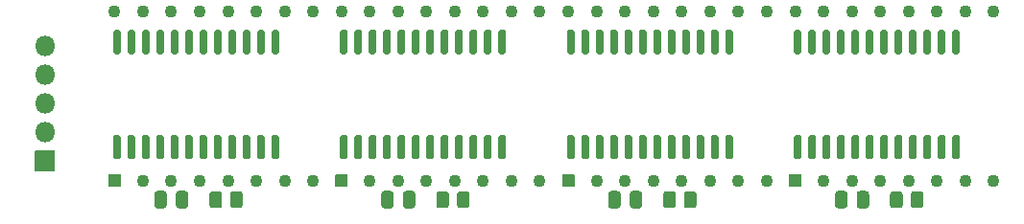
<source format=gbs>
G04 #@! TF.GenerationSoftware,KiCad,Pcbnew,(5.1.9)-1*
G04 #@! TF.CreationDate,2021-03-16T21:09:54+08:00*
G04 #@! TF.ProjectId,driver,64726976-6572-42e6-9b69-6361645f7063,v1.0*
G04 #@! TF.SameCoordinates,Original*
G04 #@! TF.FileFunction,Soldermask,Bot*
G04 #@! TF.FilePolarity,Negative*
%FSLAX46Y46*%
G04 Gerber Fmt 4.6, Leading zero omitted, Abs format (unit mm)*
G04 Created by KiCad (PCBNEW (5.1.9)-1) date 2021-03-16 21:09:54*
%MOMM*%
%LPD*%
G01*
G04 APERTURE LIST*
%ADD10O,1.800000X1.800000*%
%ADD11C,1.100000*%
G04 APERTURE END LIST*
D10*
X35828800Y-44972800D03*
X35828800Y-47512800D03*
X35828800Y-50052800D03*
X35828800Y-52592800D03*
G36*
G01*
X34928800Y-55982800D02*
X34928800Y-54282800D01*
G75*
G02*
X34978800Y-54232800I50000J0D01*
G01*
X36678800Y-54232800D01*
G75*
G02*
X36728800Y-54282800I0J-50000D01*
G01*
X36728800Y-55982800D01*
G75*
G02*
X36678800Y-56032800I-50000J0D01*
G01*
X34978800Y-56032800D01*
G75*
G02*
X34928800Y-55982800I0J50000D01*
G01*
G37*
G36*
G01*
X112218800Y-59046012D02*
X112218800Y-58094788D01*
G75*
G02*
X112493188Y-57820400I274388J0D01*
G01*
X113069412Y-57820400D01*
G75*
G02*
X113343800Y-58094788I0J-274388D01*
G01*
X113343800Y-59046012D01*
G75*
G02*
X113069412Y-59320400I-274388J0D01*
G01*
X112493188Y-59320400D01*
G75*
G02*
X112218800Y-59046012I0J274388D01*
G01*
G37*
G36*
G01*
X110393800Y-59046012D02*
X110393800Y-58094788D01*
G75*
G02*
X110668188Y-57820400I274388J0D01*
G01*
X111244412Y-57820400D01*
G75*
G02*
X111518800Y-58094788I0J-274388D01*
G01*
X111518800Y-59046012D01*
G75*
G02*
X111244412Y-59320400I-274388J0D01*
G01*
X110668188Y-59320400D01*
G75*
G02*
X110393800Y-59046012I0J274388D01*
G01*
G37*
G36*
G01*
X82052000Y-52849000D02*
X82402000Y-52849000D01*
G75*
G02*
X82577000Y-53024000I0J-175000D01*
G01*
X82577000Y-54824000D01*
G75*
G02*
X82402000Y-54999000I-175000J0D01*
G01*
X82052000Y-54999000D01*
G75*
G02*
X81877000Y-54824000I0J175000D01*
G01*
X81877000Y-53024000D01*
G75*
G02*
X82052000Y-52849000I175000J0D01*
G01*
G37*
G36*
G01*
X83322000Y-52849000D02*
X83672000Y-52849000D01*
G75*
G02*
X83847000Y-53024000I0J-175000D01*
G01*
X83847000Y-54824000D01*
G75*
G02*
X83672000Y-54999000I-175000J0D01*
G01*
X83322000Y-54999000D01*
G75*
G02*
X83147000Y-54824000I0J175000D01*
G01*
X83147000Y-53024000D01*
G75*
G02*
X83322000Y-52849000I175000J0D01*
G01*
G37*
G36*
G01*
X84592000Y-52849000D02*
X84942000Y-52849000D01*
G75*
G02*
X85117000Y-53024000I0J-175000D01*
G01*
X85117000Y-54824000D01*
G75*
G02*
X84942000Y-54999000I-175000J0D01*
G01*
X84592000Y-54999000D01*
G75*
G02*
X84417000Y-54824000I0J175000D01*
G01*
X84417000Y-53024000D01*
G75*
G02*
X84592000Y-52849000I175000J0D01*
G01*
G37*
G36*
G01*
X85862000Y-52849000D02*
X86212000Y-52849000D01*
G75*
G02*
X86387000Y-53024000I0J-175000D01*
G01*
X86387000Y-54824000D01*
G75*
G02*
X86212000Y-54999000I-175000J0D01*
G01*
X85862000Y-54999000D01*
G75*
G02*
X85687000Y-54824000I0J175000D01*
G01*
X85687000Y-53024000D01*
G75*
G02*
X85862000Y-52849000I175000J0D01*
G01*
G37*
G36*
G01*
X87132000Y-52849000D02*
X87482000Y-52849000D01*
G75*
G02*
X87657000Y-53024000I0J-175000D01*
G01*
X87657000Y-54824000D01*
G75*
G02*
X87482000Y-54999000I-175000J0D01*
G01*
X87132000Y-54999000D01*
G75*
G02*
X86957000Y-54824000I0J175000D01*
G01*
X86957000Y-53024000D01*
G75*
G02*
X87132000Y-52849000I175000J0D01*
G01*
G37*
G36*
G01*
X88402000Y-52849000D02*
X88752000Y-52849000D01*
G75*
G02*
X88927000Y-53024000I0J-175000D01*
G01*
X88927000Y-54824000D01*
G75*
G02*
X88752000Y-54999000I-175000J0D01*
G01*
X88402000Y-54999000D01*
G75*
G02*
X88227000Y-54824000I0J175000D01*
G01*
X88227000Y-53024000D01*
G75*
G02*
X88402000Y-52849000I175000J0D01*
G01*
G37*
G36*
G01*
X89672000Y-52849000D02*
X90022000Y-52849000D01*
G75*
G02*
X90197000Y-53024000I0J-175000D01*
G01*
X90197000Y-54824000D01*
G75*
G02*
X90022000Y-54999000I-175000J0D01*
G01*
X89672000Y-54999000D01*
G75*
G02*
X89497000Y-54824000I0J175000D01*
G01*
X89497000Y-53024000D01*
G75*
G02*
X89672000Y-52849000I175000J0D01*
G01*
G37*
G36*
G01*
X90942000Y-52849000D02*
X91292000Y-52849000D01*
G75*
G02*
X91467000Y-53024000I0J-175000D01*
G01*
X91467000Y-54824000D01*
G75*
G02*
X91292000Y-54999000I-175000J0D01*
G01*
X90942000Y-54999000D01*
G75*
G02*
X90767000Y-54824000I0J175000D01*
G01*
X90767000Y-53024000D01*
G75*
G02*
X90942000Y-52849000I175000J0D01*
G01*
G37*
G36*
G01*
X92212000Y-52849000D02*
X92562000Y-52849000D01*
G75*
G02*
X92737000Y-53024000I0J-175000D01*
G01*
X92737000Y-54824000D01*
G75*
G02*
X92562000Y-54999000I-175000J0D01*
G01*
X92212000Y-54999000D01*
G75*
G02*
X92037000Y-54824000I0J175000D01*
G01*
X92037000Y-53024000D01*
G75*
G02*
X92212000Y-52849000I175000J0D01*
G01*
G37*
G36*
G01*
X93482000Y-52849000D02*
X93832000Y-52849000D01*
G75*
G02*
X94007000Y-53024000I0J-175000D01*
G01*
X94007000Y-54824000D01*
G75*
G02*
X93832000Y-54999000I-175000J0D01*
G01*
X93482000Y-54999000D01*
G75*
G02*
X93307000Y-54824000I0J175000D01*
G01*
X93307000Y-53024000D01*
G75*
G02*
X93482000Y-52849000I175000J0D01*
G01*
G37*
G36*
G01*
X94752000Y-52849000D02*
X95102000Y-52849000D01*
G75*
G02*
X95277000Y-53024000I0J-175000D01*
G01*
X95277000Y-54824000D01*
G75*
G02*
X95102000Y-54999000I-175000J0D01*
G01*
X94752000Y-54999000D01*
G75*
G02*
X94577000Y-54824000I0J175000D01*
G01*
X94577000Y-53024000D01*
G75*
G02*
X94752000Y-52849000I175000J0D01*
G01*
G37*
G36*
G01*
X96022000Y-52849000D02*
X96372000Y-52849000D01*
G75*
G02*
X96547000Y-53024000I0J-175000D01*
G01*
X96547000Y-54824000D01*
G75*
G02*
X96372000Y-54999000I-175000J0D01*
G01*
X96022000Y-54999000D01*
G75*
G02*
X95847000Y-54824000I0J175000D01*
G01*
X95847000Y-53024000D01*
G75*
G02*
X96022000Y-52849000I175000J0D01*
G01*
G37*
G36*
G01*
X96022000Y-43549000D02*
X96372000Y-43549000D01*
G75*
G02*
X96547000Y-43724000I0J-175000D01*
G01*
X96547000Y-45524000D01*
G75*
G02*
X96372000Y-45699000I-175000J0D01*
G01*
X96022000Y-45699000D01*
G75*
G02*
X95847000Y-45524000I0J175000D01*
G01*
X95847000Y-43724000D01*
G75*
G02*
X96022000Y-43549000I175000J0D01*
G01*
G37*
G36*
G01*
X94752000Y-43549000D02*
X95102000Y-43549000D01*
G75*
G02*
X95277000Y-43724000I0J-175000D01*
G01*
X95277000Y-45524000D01*
G75*
G02*
X95102000Y-45699000I-175000J0D01*
G01*
X94752000Y-45699000D01*
G75*
G02*
X94577000Y-45524000I0J175000D01*
G01*
X94577000Y-43724000D01*
G75*
G02*
X94752000Y-43549000I175000J0D01*
G01*
G37*
G36*
G01*
X93482000Y-43549000D02*
X93832000Y-43549000D01*
G75*
G02*
X94007000Y-43724000I0J-175000D01*
G01*
X94007000Y-45524000D01*
G75*
G02*
X93832000Y-45699000I-175000J0D01*
G01*
X93482000Y-45699000D01*
G75*
G02*
X93307000Y-45524000I0J175000D01*
G01*
X93307000Y-43724000D01*
G75*
G02*
X93482000Y-43549000I175000J0D01*
G01*
G37*
G36*
G01*
X92212000Y-43549000D02*
X92562000Y-43549000D01*
G75*
G02*
X92737000Y-43724000I0J-175000D01*
G01*
X92737000Y-45524000D01*
G75*
G02*
X92562000Y-45699000I-175000J0D01*
G01*
X92212000Y-45699000D01*
G75*
G02*
X92037000Y-45524000I0J175000D01*
G01*
X92037000Y-43724000D01*
G75*
G02*
X92212000Y-43549000I175000J0D01*
G01*
G37*
G36*
G01*
X90942000Y-43549000D02*
X91292000Y-43549000D01*
G75*
G02*
X91467000Y-43724000I0J-175000D01*
G01*
X91467000Y-45524000D01*
G75*
G02*
X91292000Y-45699000I-175000J0D01*
G01*
X90942000Y-45699000D01*
G75*
G02*
X90767000Y-45524000I0J175000D01*
G01*
X90767000Y-43724000D01*
G75*
G02*
X90942000Y-43549000I175000J0D01*
G01*
G37*
G36*
G01*
X89672000Y-43549000D02*
X90022000Y-43549000D01*
G75*
G02*
X90197000Y-43724000I0J-175000D01*
G01*
X90197000Y-45524000D01*
G75*
G02*
X90022000Y-45699000I-175000J0D01*
G01*
X89672000Y-45699000D01*
G75*
G02*
X89497000Y-45524000I0J175000D01*
G01*
X89497000Y-43724000D01*
G75*
G02*
X89672000Y-43549000I175000J0D01*
G01*
G37*
G36*
G01*
X88402000Y-43549000D02*
X88752000Y-43549000D01*
G75*
G02*
X88927000Y-43724000I0J-175000D01*
G01*
X88927000Y-45524000D01*
G75*
G02*
X88752000Y-45699000I-175000J0D01*
G01*
X88402000Y-45699000D01*
G75*
G02*
X88227000Y-45524000I0J175000D01*
G01*
X88227000Y-43724000D01*
G75*
G02*
X88402000Y-43549000I175000J0D01*
G01*
G37*
G36*
G01*
X87132000Y-43549000D02*
X87482000Y-43549000D01*
G75*
G02*
X87657000Y-43724000I0J-175000D01*
G01*
X87657000Y-45524000D01*
G75*
G02*
X87482000Y-45699000I-175000J0D01*
G01*
X87132000Y-45699000D01*
G75*
G02*
X86957000Y-45524000I0J175000D01*
G01*
X86957000Y-43724000D01*
G75*
G02*
X87132000Y-43549000I175000J0D01*
G01*
G37*
G36*
G01*
X85862000Y-43549000D02*
X86212000Y-43549000D01*
G75*
G02*
X86387000Y-43724000I0J-175000D01*
G01*
X86387000Y-45524000D01*
G75*
G02*
X86212000Y-45699000I-175000J0D01*
G01*
X85862000Y-45699000D01*
G75*
G02*
X85687000Y-45524000I0J175000D01*
G01*
X85687000Y-43724000D01*
G75*
G02*
X85862000Y-43549000I175000J0D01*
G01*
G37*
G36*
G01*
X84592000Y-43549000D02*
X84942000Y-43549000D01*
G75*
G02*
X85117000Y-43724000I0J-175000D01*
G01*
X85117000Y-45524000D01*
G75*
G02*
X84942000Y-45699000I-175000J0D01*
G01*
X84592000Y-45699000D01*
G75*
G02*
X84417000Y-45524000I0J175000D01*
G01*
X84417000Y-43724000D01*
G75*
G02*
X84592000Y-43549000I175000J0D01*
G01*
G37*
G36*
G01*
X83322000Y-43549000D02*
X83672000Y-43549000D01*
G75*
G02*
X83847000Y-43724000I0J-175000D01*
G01*
X83847000Y-45524000D01*
G75*
G02*
X83672000Y-45699000I-175000J0D01*
G01*
X83322000Y-45699000D01*
G75*
G02*
X83147000Y-45524000I0J175000D01*
G01*
X83147000Y-43724000D01*
G75*
G02*
X83322000Y-43549000I175000J0D01*
G01*
G37*
G36*
G01*
X82052000Y-43549000D02*
X82402000Y-43549000D01*
G75*
G02*
X82577000Y-43724000I0J-175000D01*
G01*
X82577000Y-45524000D01*
G75*
G02*
X82402000Y-45699000I-175000J0D01*
G01*
X82052000Y-45699000D01*
G75*
G02*
X81877000Y-45524000I0J175000D01*
G01*
X81877000Y-43724000D01*
G75*
G02*
X82052000Y-43549000I175000J0D01*
G01*
G37*
G36*
G01*
X92203600Y-59046012D02*
X92203600Y-58094788D01*
G75*
G02*
X92477988Y-57820400I274388J0D01*
G01*
X93054212Y-57820400D01*
G75*
G02*
X93328600Y-58094788I0J-274388D01*
G01*
X93328600Y-59046012D01*
G75*
G02*
X93054212Y-59320400I-274388J0D01*
G01*
X92477988Y-59320400D01*
G75*
G02*
X92203600Y-59046012I0J274388D01*
G01*
G37*
G36*
G01*
X90378600Y-59046012D02*
X90378600Y-58094788D01*
G75*
G02*
X90652988Y-57820400I274388J0D01*
G01*
X91229212Y-57820400D01*
G75*
G02*
X91503600Y-58094788I0J-274388D01*
G01*
X91503600Y-59046012D01*
G75*
G02*
X91229212Y-59320400I-274388J0D01*
G01*
X90652988Y-59320400D01*
G75*
G02*
X90378600Y-59046012I0J274388D01*
G01*
G37*
G36*
G01*
X102067200Y-52849000D02*
X102417200Y-52849000D01*
G75*
G02*
X102592200Y-53024000I0J-175000D01*
G01*
X102592200Y-54824000D01*
G75*
G02*
X102417200Y-54999000I-175000J0D01*
G01*
X102067200Y-54999000D01*
G75*
G02*
X101892200Y-54824000I0J175000D01*
G01*
X101892200Y-53024000D01*
G75*
G02*
X102067200Y-52849000I175000J0D01*
G01*
G37*
G36*
G01*
X103337200Y-52849000D02*
X103687200Y-52849000D01*
G75*
G02*
X103862200Y-53024000I0J-175000D01*
G01*
X103862200Y-54824000D01*
G75*
G02*
X103687200Y-54999000I-175000J0D01*
G01*
X103337200Y-54999000D01*
G75*
G02*
X103162200Y-54824000I0J175000D01*
G01*
X103162200Y-53024000D01*
G75*
G02*
X103337200Y-52849000I175000J0D01*
G01*
G37*
G36*
G01*
X104607200Y-52849000D02*
X104957200Y-52849000D01*
G75*
G02*
X105132200Y-53024000I0J-175000D01*
G01*
X105132200Y-54824000D01*
G75*
G02*
X104957200Y-54999000I-175000J0D01*
G01*
X104607200Y-54999000D01*
G75*
G02*
X104432200Y-54824000I0J175000D01*
G01*
X104432200Y-53024000D01*
G75*
G02*
X104607200Y-52849000I175000J0D01*
G01*
G37*
G36*
G01*
X105877200Y-52849000D02*
X106227200Y-52849000D01*
G75*
G02*
X106402200Y-53024000I0J-175000D01*
G01*
X106402200Y-54824000D01*
G75*
G02*
X106227200Y-54999000I-175000J0D01*
G01*
X105877200Y-54999000D01*
G75*
G02*
X105702200Y-54824000I0J175000D01*
G01*
X105702200Y-53024000D01*
G75*
G02*
X105877200Y-52849000I175000J0D01*
G01*
G37*
G36*
G01*
X107147200Y-52849000D02*
X107497200Y-52849000D01*
G75*
G02*
X107672200Y-53024000I0J-175000D01*
G01*
X107672200Y-54824000D01*
G75*
G02*
X107497200Y-54999000I-175000J0D01*
G01*
X107147200Y-54999000D01*
G75*
G02*
X106972200Y-54824000I0J175000D01*
G01*
X106972200Y-53024000D01*
G75*
G02*
X107147200Y-52849000I175000J0D01*
G01*
G37*
G36*
G01*
X108417200Y-52849000D02*
X108767200Y-52849000D01*
G75*
G02*
X108942200Y-53024000I0J-175000D01*
G01*
X108942200Y-54824000D01*
G75*
G02*
X108767200Y-54999000I-175000J0D01*
G01*
X108417200Y-54999000D01*
G75*
G02*
X108242200Y-54824000I0J175000D01*
G01*
X108242200Y-53024000D01*
G75*
G02*
X108417200Y-52849000I175000J0D01*
G01*
G37*
G36*
G01*
X109687200Y-52849000D02*
X110037200Y-52849000D01*
G75*
G02*
X110212200Y-53024000I0J-175000D01*
G01*
X110212200Y-54824000D01*
G75*
G02*
X110037200Y-54999000I-175000J0D01*
G01*
X109687200Y-54999000D01*
G75*
G02*
X109512200Y-54824000I0J175000D01*
G01*
X109512200Y-53024000D01*
G75*
G02*
X109687200Y-52849000I175000J0D01*
G01*
G37*
G36*
G01*
X110957200Y-52849000D02*
X111307200Y-52849000D01*
G75*
G02*
X111482200Y-53024000I0J-175000D01*
G01*
X111482200Y-54824000D01*
G75*
G02*
X111307200Y-54999000I-175000J0D01*
G01*
X110957200Y-54999000D01*
G75*
G02*
X110782200Y-54824000I0J175000D01*
G01*
X110782200Y-53024000D01*
G75*
G02*
X110957200Y-52849000I175000J0D01*
G01*
G37*
G36*
G01*
X112227200Y-52849000D02*
X112577200Y-52849000D01*
G75*
G02*
X112752200Y-53024000I0J-175000D01*
G01*
X112752200Y-54824000D01*
G75*
G02*
X112577200Y-54999000I-175000J0D01*
G01*
X112227200Y-54999000D01*
G75*
G02*
X112052200Y-54824000I0J175000D01*
G01*
X112052200Y-53024000D01*
G75*
G02*
X112227200Y-52849000I175000J0D01*
G01*
G37*
G36*
G01*
X113497200Y-52849000D02*
X113847200Y-52849000D01*
G75*
G02*
X114022200Y-53024000I0J-175000D01*
G01*
X114022200Y-54824000D01*
G75*
G02*
X113847200Y-54999000I-175000J0D01*
G01*
X113497200Y-54999000D01*
G75*
G02*
X113322200Y-54824000I0J175000D01*
G01*
X113322200Y-53024000D01*
G75*
G02*
X113497200Y-52849000I175000J0D01*
G01*
G37*
G36*
G01*
X114767200Y-52849000D02*
X115117200Y-52849000D01*
G75*
G02*
X115292200Y-53024000I0J-175000D01*
G01*
X115292200Y-54824000D01*
G75*
G02*
X115117200Y-54999000I-175000J0D01*
G01*
X114767200Y-54999000D01*
G75*
G02*
X114592200Y-54824000I0J175000D01*
G01*
X114592200Y-53024000D01*
G75*
G02*
X114767200Y-52849000I175000J0D01*
G01*
G37*
G36*
G01*
X116037200Y-52849000D02*
X116387200Y-52849000D01*
G75*
G02*
X116562200Y-53024000I0J-175000D01*
G01*
X116562200Y-54824000D01*
G75*
G02*
X116387200Y-54999000I-175000J0D01*
G01*
X116037200Y-54999000D01*
G75*
G02*
X115862200Y-54824000I0J175000D01*
G01*
X115862200Y-53024000D01*
G75*
G02*
X116037200Y-52849000I175000J0D01*
G01*
G37*
G36*
G01*
X116037200Y-43549000D02*
X116387200Y-43549000D01*
G75*
G02*
X116562200Y-43724000I0J-175000D01*
G01*
X116562200Y-45524000D01*
G75*
G02*
X116387200Y-45699000I-175000J0D01*
G01*
X116037200Y-45699000D01*
G75*
G02*
X115862200Y-45524000I0J175000D01*
G01*
X115862200Y-43724000D01*
G75*
G02*
X116037200Y-43549000I175000J0D01*
G01*
G37*
G36*
G01*
X114767200Y-43549000D02*
X115117200Y-43549000D01*
G75*
G02*
X115292200Y-43724000I0J-175000D01*
G01*
X115292200Y-45524000D01*
G75*
G02*
X115117200Y-45699000I-175000J0D01*
G01*
X114767200Y-45699000D01*
G75*
G02*
X114592200Y-45524000I0J175000D01*
G01*
X114592200Y-43724000D01*
G75*
G02*
X114767200Y-43549000I175000J0D01*
G01*
G37*
G36*
G01*
X113497200Y-43549000D02*
X113847200Y-43549000D01*
G75*
G02*
X114022200Y-43724000I0J-175000D01*
G01*
X114022200Y-45524000D01*
G75*
G02*
X113847200Y-45699000I-175000J0D01*
G01*
X113497200Y-45699000D01*
G75*
G02*
X113322200Y-45524000I0J175000D01*
G01*
X113322200Y-43724000D01*
G75*
G02*
X113497200Y-43549000I175000J0D01*
G01*
G37*
G36*
G01*
X112227200Y-43549000D02*
X112577200Y-43549000D01*
G75*
G02*
X112752200Y-43724000I0J-175000D01*
G01*
X112752200Y-45524000D01*
G75*
G02*
X112577200Y-45699000I-175000J0D01*
G01*
X112227200Y-45699000D01*
G75*
G02*
X112052200Y-45524000I0J175000D01*
G01*
X112052200Y-43724000D01*
G75*
G02*
X112227200Y-43549000I175000J0D01*
G01*
G37*
G36*
G01*
X110957200Y-43549000D02*
X111307200Y-43549000D01*
G75*
G02*
X111482200Y-43724000I0J-175000D01*
G01*
X111482200Y-45524000D01*
G75*
G02*
X111307200Y-45699000I-175000J0D01*
G01*
X110957200Y-45699000D01*
G75*
G02*
X110782200Y-45524000I0J175000D01*
G01*
X110782200Y-43724000D01*
G75*
G02*
X110957200Y-43549000I175000J0D01*
G01*
G37*
G36*
G01*
X109687200Y-43549000D02*
X110037200Y-43549000D01*
G75*
G02*
X110212200Y-43724000I0J-175000D01*
G01*
X110212200Y-45524000D01*
G75*
G02*
X110037200Y-45699000I-175000J0D01*
G01*
X109687200Y-45699000D01*
G75*
G02*
X109512200Y-45524000I0J175000D01*
G01*
X109512200Y-43724000D01*
G75*
G02*
X109687200Y-43549000I175000J0D01*
G01*
G37*
G36*
G01*
X108417200Y-43549000D02*
X108767200Y-43549000D01*
G75*
G02*
X108942200Y-43724000I0J-175000D01*
G01*
X108942200Y-45524000D01*
G75*
G02*
X108767200Y-45699000I-175000J0D01*
G01*
X108417200Y-45699000D01*
G75*
G02*
X108242200Y-45524000I0J175000D01*
G01*
X108242200Y-43724000D01*
G75*
G02*
X108417200Y-43549000I175000J0D01*
G01*
G37*
G36*
G01*
X107147200Y-43549000D02*
X107497200Y-43549000D01*
G75*
G02*
X107672200Y-43724000I0J-175000D01*
G01*
X107672200Y-45524000D01*
G75*
G02*
X107497200Y-45699000I-175000J0D01*
G01*
X107147200Y-45699000D01*
G75*
G02*
X106972200Y-45524000I0J175000D01*
G01*
X106972200Y-43724000D01*
G75*
G02*
X107147200Y-43549000I175000J0D01*
G01*
G37*
G36*
G01*
X105877200Y-43549000D02*
X106227200Y-43549000D01*
G75*
G02*
X106402200Y-43724000I0J-175000D01*
G01*
X106402200Y-45524000D01*
G75*
G02*
X106227200Y-45699000I-175000J0D01*
G01*
X105877200Y-45699000D01*
G75*
G02*
X105702200Y-45524000I0J175000D01*
G01*
X105702200Y-43724000D01*
G75*
G02*
X105877200Y-43549000I175000J0D01*
G01*
G37*
G36*
G01*
X104607200Y-43549000D02*
X104957200Y-43549000D01*
G75*
G02*
X105132200Y-43724000I0J-175000D01*
G01*
X105132200Y-45524000D01*
G75*
G02*
X104957200Y-45699000I-175000J0D01*
G01*
X104607200Y-45699000D01*
G75*
G02*
X104432200Y-45524000I0J175000D01*
G01*
X104432200Y-43724000D01*
G75*
G02*
X104607200Y-43549000I175000J0D01*
G01*
G37*
G36*
G01*
X103337200Y-43549000D02*
X103687200Y-43549000D01*
G75*
G02*
X103862200Y-43724000I0J-175000D01*
G01*
X103862200Y-45524000D01*
G75*
G02*
X103687200Y-45699000I-175000J0D01*
G01*
X103337200Y-45699000D01*
G75*
G02*
X103162200Y-45524000I0J175000D01*
G01*
X103162200Y-43724000D01*
G75*
G02*
X103337200Y-43549000I175000J0D01*
G01*
G37*
G36*
G01*
X102067200Y-43549000D02*
X102417200Y-43549000D01*
G75*
G02*
X102592200Y-43724000I0J-175000D01*
G01*
X102592200Y-45524000D01*
G75*
G02*
X102417200Y-45699000I-175000J0D01*
G01*
X102067200Y-45699000D01*
G75*
G02*
X101892200Y-45524000I0J175000D01*
G01*
X101892200Y-43724000D01*
G75*
G02*
X102067200Y-43549000I175000J0D01*
G01*
G37*
G36*
G01*
X106642800Y-58070400D02*
X106642800Y-59070400D01*
G75*
G02*
X106367800Y-59345400I-275000J0D01*
G01*
X105817800Y-59345400D01*
G75*
G02*
X105542800Y-59070400I0J275000D01*
G01*
X105542800Y-58070400D01*
G75*
G02*
X105817800Y-57795400I275000J0D01*
G01*
X106367800Y-57795400D01*
G75*
G02*
X106642800Y-58070400I0J-275000D01*
G01*
G37*
G36*
G01*
X108542800Y-58070400D02*
X108542800Y-59070400D01*
G75*
G02*
X108267800Y-59345400I-275000J0D01*
G01*
X107717800Y-59345400D01*
G75*
G02*
X107442800Y-59070400I0J275000D01*
G01*
X107442800Y-58070400D01*
G75*
G02*
X107717800Y-57795400I275000J0D01*
G01*
X108267800Y-57795400D01*
G75*
G02*
X108542800Y-58070400I0J-275000D01*
G01*
G37*
G36*
G01*
X101482120Y-57384360D02*
X101482120Y-56384360D01*
G75*
G02*
X101532120Y-56334360I50000J0D01*
G01*
X102532120Y-56334360D01*
G75*
G02*
X102582120Y-56384360I0J-50000D01*
G01*
X102582120Y-57384360D01*
G75*
G02*
X102532120Y-57434360I-50000J0D01*
G01*
X101532120Y-57434360D01*
G75*
G02*
X101482120Y-57384360I0J50000D01*
G01*
G37*
D11*
X104532120Y-56884360D03*
X107032120Y-56884360D03*
X109532120Y-56884360D03*
X112032120Y-56884360D03*
X114532120Y-56884360D03*
X117032120Y-56884360D03*
X119532120Y-56884360D03*
X119532120Y-41884360D03*
X117032120Y-41884360D03*
X114532120Y-41884360D03*
X112032120Y-41884360D03*
X109532120Y-41884360D03*
X107032120Y-41884360D03*
X104532120Y-41884360D03*
X102032120Y-41884360D03*
G36*
G01*
X86627600Y-58070400D02*
X86627600Y-59070400D01*
G75*
G02*
X86352600Y-59345400I-275000J0D01*
G01*
X85802600Y-59345400D01*
G75*
G02*
X85527600Y-59070400I0J275000D01*
G01*
X85527600Y-58070400D01*
G75*
G02*
X85802600Y-57795400I275000J0D01*
G01*
X86352600Y-57795400D01*
G75*
G02*
X86627600Y-58070400I0J-275000D01*
G01*
G37*
G36*
G01*
X88527600Y-58070400D02*
X88527600Y-59070400D01*
G75*
G02*
X88252600Y-59345400I-275000J0D01*
G01*
X87702600Y-59345400D01*
G75*
G02*
X87427600Y-59070400I0J275000D01*
G01*
X87427600Y-58070400D01*
G75*
G02*
X87702600Y-57795400I275000J0D01*
G01*
X88252600Y-57795400D01*
G75*
G02*
X88527600Y-58070400I0J-275000D01*
G01*
G37*
G36*
G01*
X81466920Y-57384360D02*
X81466920Y-56384360D01*
G75*
G02*
X81516920Y-56334360I50000J0D01*
G01*
X82516920Y-56334360D01*
G75*
G02*
X82566920Y-56384360I0J-50000D01*
G01*
X82566920Y-57384360D01*
G75*
G02*
X82516920Y-57434360I-50000J0D01*
G01*
X81516920Y-57434360D01*
G75*
G02*
X81466920Y-57384360I0J50000D01*
G01*
G37*
X84516920Y-56884360D03*
X87016920Y-56884360D03*
X89516920Y-56884360D03*
X92016920Y-56884360D03*
X94516920Y-56884360D03*
X97016920Y-56884360D03*
X99516920Y-56884360D03*
X99516920Y-41884360D03*
X97016920Y-41884360D03*
X94516920Y-41884360D03*
X92016920Y-41884360D03*
X89516920Y-41884360D03*
X87016920Y-41884360D03*
X84516920Y-41884360D03*
X82016920Y-41884360D03*
G36*
G01*
X42021600Y-52849000D02*
X42371600Y-52849000D01*
G75*
G02*
X42546600Y-53024000I0J-175000D01*
G01*
X42546600Y-54824000D01*
G75*
G02*
X42371600Y-54999000I-175000J0D01*
G01*
X42021600Y-54999000D01*
G75*
G02*
X41846600Y-54824000I0J175000D01*
G01*
X41846600Y-53024000D01*
G75*
G02*
X42021600Y-52849000I175000J0D01*
G01*
G37*
G36*
G01*
X43291600Y-52849000D02*
X43641600Y-52849000D01*
G75*
G02*
X43816600Y-53024000I0J-175000D01*
G01*
X43816600Y-54824000D01*
G75*
G02*
X43641600Y-54999000I-175000J0D01*
G01*
X43291600Y-54999000D01*
G75*
G02*
X43116600Y-54824000I0J175000D01*
G01*
X43116600Y-53024000D01*
G75*
G02*
X43291600Y-52849000I175000J0D01*
G01*
G37*
G36*
G01*
X44561600Y-52849000D02*
X44911600Y-52849000D01*
G75*
G02*
X45086600Y-53024000I0J-175000D01*
G01*
X45086600Y-54824000D01*
G75*
G02*
X44911600Y-54999000I-175000J0D01*
G01*
X44561600Y-54999000D01*
G75*
G02*
X44386600Y-54824000I0J175000D01*
G01*
X44386600Y-53024000D01*
G75*
G02*
X44561600Y-52849000I175000J0D01*
G01*
G37*
G36*
G01*
X45831600Y-52849000D02*
X46181600Y-52849000D01*
G75*
G02*
X46356600Y-53024000I0J-175000D01*
G01*
X46356600Y-54824000D01*
G75*
G02*
X46181600Y-54999000I-175000J0D01*
G01*
X45831600Y-54999000D01*
G75*
G02*
X45656600Y-54824000I0J175000D01*
G01*
X45656600Y-53024000D01*
G75*
G02*
X45831600Y-52849000I175000J0D01*
G01*
G37*
G36*
G01*
X47101600Y-52849000D02*
X47451600Y-52849000D01*
G75*
G02*
X47626600Y-53024000I0J-175000D01*
G01*
X47626600Y-54824000D01*
G75*
G02*
X47451600Y-54999000I-175000J0D01*
G01*
X47101600Y-54999000D01*
G75*
G02*
X46926600Y-54824000I0J175000D01*
G01*
X46926600Y-53024000D01*
G75*
G02*
X47101600Y-52849000I175000J0D01*
G01*
G37*
G36*
G01*
X48371600Y-52849000D02*
X48721600Y-52849000D01*
G75*
G02*
X48896600Y-53024000I0J-175000D01*
G01*
X48896600Y-54824000D01*
G75*
G02*
X48721600Y-54999000I-175000J0D01*
G01*
X48371600Y-54999000D01*
G75*
G02*
X48196600Y-54824000I0J175000D01*
G01*
X48196600Y-53024000D01*
G75*
G02*
X48371600Y-52849000I175000J0D01*
G01*
G37*
G36*
G01*
X49641600Y-52849000D02*
X49991600Y-52849000D01*
G75*
G02*
X50166600Y-53024000I0J-175000D01*
G01*
X50166600Y-54824000D01*
G75*
G02*
X49991600Y-54999000I-175000J0D01*
G01*
X49641600Y-54999000D01*
G75*
G02*
X49466600Y-54824000I0J175000D01*
G01*
X49466600Y-53024000D01*
G75*
G02*
X49641600Y-52849000I175000J0D01*
G01*
G37*
G36*
G01*
X50911600Y-52849000D02*
X51261600Y-52849000D01*
G75*
G02*
X51436600Y-53024000I0J-175000D01*
G01*
X51436600Y-54824000D01*
G75*
G02*
X51261600Y-54999000I-175000J0D01*
G01*
X50911600Y-54999000D01*
G75*
G02*
X50736600Y-54824000I0J175000D01*
G01*
X50736600Y-53024000D01*
G75*
G02*
X50911600Y-52849000I175000J0D01*
G01*
G37*
G36*
G01*
X52181600Y-52849000D02*
X52531600Y-52849000D01*
G75*
G02*
X52706600Y-53024000I0J-175000D01*
G01*
X52706600Y-54824000D01*
G75*
G02*
X52531600Y-54999000I-175000J0D01*
G01*
X52181600Y-54999000D01*
G75*
G02*
X52006600Y-54824000I0J175000D01*
G01*
X52006600Y-53024000D01*
G75*
G02*
X52181600Y-52849000I175000J0D01*
G01*
G37*
G36*
G01*
X53451600Y-52849000D02*
X53801600Y-52849000D01*
G75*
G02*
X53976600Y-53024000I0J-175000D01*
G01*
X53976600Y-54824000D01*
G75*
G02*
X53801600Y-54999000I-175000J0D01*
G01*
X53451600Y-54999000D01*
G75*
G02*
X53276600Y-54824000I0J175000D01*
G01*
X53276600Y-53024000D01*
G75*
G02*
X53451600Y-52849000I175000J0D01*
G01*
G37*
G36*
G01*
X54721600Y-52849000D02*
X55071600Y-52849000D01*
G75*
G02*
X55246600Y-53024000I0J-175000D01*
G01*
X55246600Y-54824000D01*
G75*
G02*
X55071600Y-54999000I-175000J0D01*
G01*
X54721600Y-54999000D01*
G75*
G02*
X54546600Y-54824000I0J175000D01*
G01*
X54546600Y-53024000D01*
G75*
G02*
X54721600Y-52849000I175000J0D01*
G01*
G37*
G36*
G01*
X55991600Y-52849000D02*
X56341600Y-52849000D01*
G75*
G02*
X56516600Y-53024000I0J-175000D01*
G01*
X56516600Y-54824000D01*
G75*
G02*
X56341600Y-54999000I-175000J0D01*
G01*
X55991600Y-54999000D01*
G75*
G02*
X55816600Y-54824000I0J175000D01*
G01*
X55816600Y-53024000D01*
G75*
G02*
X55991600Y-52849000I175000J0D01*
G01*
G37*
G36*
G01*
X55991600Y-43549000D02*
X56341600Y-43549000D01*
G75*
G02*
X56516600Y-43724000I0J-175000D01*
G01*
X56516600Y-45524000D01*
G75*
G02*
X56341600Y-45699000I-175000J0D01*
G01*
X55991600Y-45699000D01*
G75*
G02*
X55816600Y-45524000I0J175000D01*
G01*
X55816600Y-43724000D01*
G75*
G02*
X55991600Y-43549000I175000J0D01*
G01*
G37*
G36*
G01*
X54721600Y-43549000D02*
X55071600Y-43549000D01*
G75*
G02*
X55246600Y-43724000I0J-175000D01*
G01*
X55246600Y-45524000D01*
G75*
G02*
X55071600Y-45699000I-175000J0D01*
G01*
X54721600Y-45699000D01*
G75*
G02*
X54546600Y-45524000I0J175000D01*
G01*
X54546600Y-43724000D01*
G75*
G02*
X54721600Y-43549000I175000J0D01*
G01*
G37*
G36*
G01*
X53451600Y-43549000D02*
X53801600Y-43549000D01*
G75*
G02*
X53976600Y-43724000I0J-175000D01*
G01*
X53976600Y-45524000D01*
G75*
G02*
X53801600Y-45699000I-175000J0D01*
G01*
X53451600Y-45699000D01*
G75*
G02*
X53276600Y-45524000I0J175000D01*
G01*
X53276600Y-43724000D01*
G75*
G02*
X53451600Y-43549000I175000J0D01*
G01*
G37*
G36*
G01*
X52181600Y-43549000D02*
X52531600Y-43549000D01*
G75*
G02*
X52706600Y-43724000I0J-175000D01*
G01*
X52706600Y-45524000D01*
G75*
G02*
X52531600Y-45699000I-175000J0D01*
G01*
X52181600Y-45699000D01*
G75*
G02*
X52006600Y-45524000I0J175000D01*
G01*
X52006600Y-43724000D01*
G75*
G02*
X52181600Y-43549000I175000J0D01*
G01*
G37*
G36*
G01*
X50911600Y-43549000D02*
X51261600Y-43549000D01*
G75*
G02*
X51436600Y-43724000I0J-175000D01*
G01*
X51436600Y-45524000D01*
G75*
G02*
X51261600Y-45699000I-175000J0D01*
G01*
X50911600Y-45699000D01*
G75*
G02*
X50736600Y-45524000I0J175000D01*
G01*
X50736600Y-43724000D01*
G75*
G02*
X50911600Y-43549000I175000J0D01*
G01*
G37*
G36*
G01*
X49641600Y-43549000D02*
X49991600Y-43549000D01*
G75*
G02*
X50166600Y-43724000I0J-175000D01*
G01*
X50166600Y-45524000D01*
G75*
G02*
X49991600Y-45699000I-175000J0D01*
G01*
X49641600Y-45699000D01*
G75*
G02*
X49466600Y-45524000I0J175000D01*
G01*
X49466600Y-43724000D01*
G75*
G02*
X49641600Y-43549000I175000J0D01*
G01*
G37*
G36*
G01*
X48371600Y-43549000D02*
X48721600Y-43549000D01*
G75*
G02*
X48896600Y-43724000I0J-175000D01*
G01*
X48896600Y-45524000D01*
G75*
G02*
X48721600Y-45699000I-175000J0D01*
G01*
X48371600Y-45699000D01*
G75*
G02*
X48196600Y-45524000I0J175000D01*
G01*
X48196600Y-43724000D01*
G75*
G02*
X48371600Y-43549000I175000J0D01*
G01*
G37*
G36*
G01*
X47101600Y-43549000D02*
X47451600Y-43549000D01*
G75*
G02*
X47626600Y-43724000I0J-175000D01*
G01*
X47626600Y-45524000D01*
G75*
G02*
X47451600Y-45699000I-175000J0D01*
G01*
X47101600Y-45699000D01*
G75*
G02*
X46926600Y-45524000I0J175000D01*
G01*
X46926600Y-43724000D01*
G75*
G02*
X47101600Y-43549000I175000J0D01*
G01*
G37*
G36*
G01*
X45831600Y-43549000D02*
X46181600Y-43549000D01*
G75*
G02*
X46356600Y-43724000I0J-175000D01*
G01*
X46356600Y-45524000D01*
G75*
G02*
X46181600Y-45699000I-175000J0D01*
G01*
X45831600Y-45699000D01*
G75*
G02*
X45656600Y-45524000I0J175000D01*
G01*
X45656600Y-43724000D01*
G75*
G02*
X45831600Y-43549000I175000J0D01*
G01*
G37*
G36*
G01*
X44561600Y-43549000D02*
X44911600Y-43549000D01*
G75*
G02*
X45086600Y-43724000I0J-175000D01*
G01*
X45086600Y-45524000D01*
G75*
G02*
X44911600Y-45699000I-175000J0D01*
G01*
X44561600Y-45699000D01*
G75*
G02*
X44386600Y-45524000I0J175000D01*
G01*
X44386600Y-43724000D01*
G75*
G02*
X44561600Y-43549000I175000J0D01*
G01*
G37*
G36*
G01*
X43291600Y-43549000D02*
X43641600Y-43549000D01*
G75*
G02*
X43816600Y-43724000I0J-175000D01*
G01*
X43816600Y-45524000D01*
G75*
G02*
X43641600Y-45699000I-175000J0D01*
G01*
X43291600Y-45699000D01*
G75*
G02*
X43116600Y-45524000I0J175000D01*
G01*
X43116600Y-43724000D01*
G75*
G02*
X43291600Y-43549000I175000J0D01*
G01*
G37*
G36*
G01*
X42021600Y-43549000D02*
X42371600Y-43549000D01*
G75*
G02*
X42546600Y-43724000I0J-175000D01*
G01*
X42546600Y-45524000D01*
G75*
G02*
X42371600Y-45699000I-175000J0D01*
G01*
X42021600Y-45699000D01*
G75*
G02*
X41846600Y-45524000I0J175000D01*
G01*
X41846600Y-43724000D01*
G75*
G02*
X42021600Y-43549000I175000J0D01*
G01*
G37*
G36*
G01*
X72188400Y-59046012D02*
X72188400Y-58094788D01*
G75*
G02*
X72462788Y-57820400I274388J0D01*
G01*
X73039012Y-57820400D01*
G75*
G02*
X73313400Y-58094788I0J-274388D01*
G01*
X73313400Y-59046012D01*
G75*
G02*
X73039012Y-59320400I-274388J0D01*
G01*
X72462788Y-59320400D01*
G75*
G02*
X72188400Y-59046012I0J274388D01*
G01*
G37*
G36*
G01*
X70363400Y-59046012D02*
X70363400Y-58094788D01*
G75*
G02*
X70637788Y-57820400I274388J0D01*
G01*
X71214012Y-57820400D01*
G75*
G02*
X71488400Y-58094788I0J-274388D01*
G01*
X71488400Y-59046012D01*
G75*
G02*
X71214012Y-59320400I-274388J0D01*
G01*
X70637788Y-59320400D01*
G75*
G02*
X70363400Y-59046012I0J274388D01*
G01*
G37*
G36*
G01*
X52173200Y-59046012D02*
X52173200Y-58094788D01*
G75*
G02*
X52447588Y-57820400I274388J0D01*
G01*
X53023812Y-57820400D01*
G75*
G02*
X53298200Y-58094788I0J-274388D01*
G01*
X53298200Y-59046012D01*
G75*
G02*
X53023812Y-59320400I-274388J0D01*
G01*
X52447588Y-59320400D01*
G75*
G02*
X52173200Y-59046012I0J274388D01*
G01*
G37*
G36*
G01*
X50348200Y-59046012D02*
X50348200Y-58094788D01*
G75*
G02*
X50622588Y-57820400I274388J0D01*
G01*
X51198812Y-57820400D01*
G75*
G02*
X51473200Y-58094788I0J-274388D01*
G01*
X51473200Y-59046012D01*
G75*
G02*
X51198812Y-59320400I-274388J0D01*
G01*
X50622588Y-59320400D01*
G75*
G02*
X50348200Y-59046012I0J274388D01*
G01*
G37*
G36*
G01*
X62036800Y-52849000D02*
X62386800Y-52849000D01*
G75*
G02*
X62561800Y-53024000I0J-175000D01*
G01*
X62561800Y-54824000D01*
G75*
G02*
X62386800Y-54999000I-175000J0D01*
G01*
X62036800Y-54999000D01*
G75*
G02*
X61861800Y-54824000I0J175000D01*
G01*
X61861800Y-53024000D01*
G75*
G02*
X62036800Y-52849000I175000J0D01*
G01*
G37*
G36*
G01*
X63306800Y-52849000D02*
X63656800Y-52849000D01*
G75*
G02*
X63831800Y-53024000I0J-175000D01*
G01*
X63831800Y-54824000D01*
G75*
G02*
X63656800Y-54999000I-175000J0D01*
G01*
X63306800Y-54999000D01*
G75*
G02*
X63131800Y-54824000I0J175000D01*
G01*
X63131800Y-53024000D01*
G75*
G02*
X63306800Y-52849000I175000J0D01*
G01*
G37*
G36*
G01*
X64576800Y-52849000D02*
X64926800Y-52849000D01*
G75*
G02*
X65101800Y-53024000I0J-175000D01*
G01*
X65101800Y-54824000D01*
G75*
G02*
X64926800Y-54999000I-175000J0D01*
G01*
X64576800Y-54999000D01*
G75*
G02*
X64401800Y-54824000I0J175000D01*
G01*
X64401800Y-53024000D01*
G75*
G02*
X64576800Y-52849000I175000J0D01*
G01*
G37*
G36*
G01*
X65846800Y-52849000D02*
X66196800Y-52849000D01*
G75*
G02*
X66371800Y-53024000I0J-175000D01*
G01*
X66371800Y-54824000D01*
G75*
G02*
X66196800Y-54999000I-175000J0D01*
G01*
X65846800Y-54999000D01*
G75*
G02*
X65671800Y-54824000I0J175000D01*
G01*
X65671800Y-53024000D01*
G75*
G02*
X65846800Y-52849000I175000J0D01*
G01*
G37*
G36*
G01*
X67116800Y-52849000D02*
X67466800Y-52849000D01*
G75*
G02*
X67641800Y-53024000I0J-175000D01*
G01*
X67641800Y-54824000D01*
G75*
G02*
X67466800Y-54999000I-175000J0D01*
G01*
X67116800Y-54999000D01*
G75*
G02*
X66941800Y-54824000I0J175000D01*
G01*
X66941800Y-53024000D01*
G75*
G02*
X67116800Y-52849000I175000J0D01*
G01*
G37*
G36*
G01*
X68386800Y-52849000D02*
X68736800Y-52849000D01*
G75*
G02*
X68911800Y-53024000I0J-175000D01*
G01*
X68911800Y-54824000D01*
G75*
G02*
X68736800Y-54999000I-175000J0D01*
G01*
X68386800Y-54999000D01*
G75*
G02*
X68211800Y-54824000I0J175000D01*
G01*
X68211800Y-53024000D01*
G75*
G02*
X68386800Y-52849000I175000J0D01*
G01*
G37*
G36*
G01*
X69656800Y-52849000D02*
X70006800Y-52849000D01*
G75*
G02*
X70181800Y-53024000I0J-175000D01*
G01*
X70181800Y-54824000D01*
G75*
G02*
X70006800Y-54999000I-175000J0D01*
G01*
X69656800Y-54999000D01*
G75*
G02*
X69481800Y-54824000I0J175000D01*
G01*
X69481800Y-53024000D01*
G75*
G02*
X69656800Y-52849000I175000J0D01*
G01*
G37*
G36*
G01*
X70926800Y-52849000D02*
X71276800Y-52849000D01*
G75*
G02*
X71451800Y-53024000I0J-175000D01*
G01*
X71451800Y-54824000D01*
G75*
G02*
X71276800Y-54999000I-175000J0D01*
G01*
X70926800Y-54999000D01*
G75*
G02*
X70751800Y-54824000I0J175000D01*
G01*
X70751800Y-53024000D01*
G75*
G02*
X70926800Y-52849000I175000J0D01*
G01*
G37*
G36*
G01*
X72196800Y-52849000D02*
X72546800Y-52849000D01*
G75*
G02*
X72721800Y-53024000I0J-175000D01*
G01*
X72721800Y-54824000D01*
G75*
G02*
X72546800Y-54999000I-175000J0D01*
G01*
X72196800Y-54999000D01*
G75*
G02*
X72021800Y-54824000I0J175000D01*
G01*
X72021800Y-53024000D01*
G75*
G02*
X72196800Y-52849000I175000J0D01*
G01*
G37*
G36*
G01*
X73466800Y-52849000D02*
X73816800Y-52849000D01*
G75*
G02*
X73991800Y-53024000I0J-175000D01*
G01*
X73991800Y-54824000D01*
G75*
G02*
X73816800Y-54999000I-175000J0D01*
G01*
X73466800Y-54999000D01*
G75*
G02*
X73291800Y-54824000I0J175000D01*
G01*
X73291800Y-53024000D01*
G75*
G02*
X73466800Y-52849000I175000J0D01*
G01*
G37*
G36*
G01*
X74736800Y-52849000D02*
X75086800Y-52849000D01*
G75*
G02*
X75261800Y-53024000I0J-175000D01*
G01*
X75261800Y-54824000D01*
G75*
G02*
X75086800Y-54999000I-175000J0D01*
G01*
X74736800Y-54999000D01*
G75*
G02*
X74561800Y-54824000I0J175000D01*
G01*
X74561800Y-53024000D01*
G75*
G02*
X74736800Y-52849000I175000J0D01*
G01*
G37*
G36*
G01*
X76006800Y-52849000D02*
X76356800Y-52849000D01*
G75*
G02*
X76531800Y-53024000I0J-175000D01*
G01*
X76531800Y-54824000D01*
G75*
G02*
X76356800Y-54999000I-175000J0D01*
G01*
X76006800Y-54999000D01*
G75*
G02*
X75831800Y-54824000I0J175000D01*
G01*
X75831800Y-53024000D01*
G75*
G02*
X76006800Y-52849000I175000J0D01*
G01*
G37*
G36*
G01*
X76006800Y-43549000D02*
X76356800Y-43549000D01*
G75*
G02*
X76531800Y-43724000I0J-175000D01*
G01*
X76531800Y-45524000D01*
G75*
G02*
X76356800Y-45699000I-175000J0D01*
G01*
X76006800Y-45699000D01*
G75*
G02*
X75831800Y-45524000I0J175000D01*
G01*
X75831800Y-43724000D01*
G75*
G02*
X76006800Y-43549000I175000J0D01*
G01*
G37*
G36*
G01*
X74736800Y-43549000D02*
X75086800Y-43549000D01*
G75*
G02*
X75261800Y-43724000I0J-175000D01*
G01*
X75261800Y-45524000D01*
G75*
G02*
X75086800Y-45699000I-175000J0D01*
G01*
X74736800Y-45699000D01*
G75*
G02*
X74561800Y-45524000I0J175000D01*
G01*
X74561800Y-43724000D01*
G75*
G02*
X74736800Y-43549000I175000J0D01*
G01*
G37*
G36*
G01*
X73466800Y-43549000D02*
X73816800Y-43549000D01*
G75*
G02*
X73991800Y-43724000I0J-175000D01*
G01*
X73991800Y-45524000D01*
G75*
G02*
X73816800Y-45699000I-175000J0D01*
G01*
X73466800Y-45699000D01*
G75*
G02*
X73291800Y-45524000I0J175000D01*
G01*
X73291800Y-43724000D01*
G75*
G02*
X73466800Y-43549000I175000J0D01*
G01*
G37*
G36*
G01*
X72196800Y-43549000D02*
X72546800Y-43549000D01*
G75*
G02*
X72721800Y-43724000I0J-175000D01*
G01*
X72721800Y-45524000D01*
G75*
G02*
X72546800Y-45699000I-175000J0D01*
G01*
X72196800Y-45699000D01*
G75*
G02*
X72021800Y-45524000I0J175000D01*
G01*
X72021800Y-43724000D01*
G75*
G02*
X72196800Y-43549000I175000J0D01*
G01*
G37*
G36*
G01*
X70926800Y-43549000D02*
X71276800Y-43549000D01*
G75*
G02*
X71451800Y-43724000I0J-175000D01*
G01*
X71451800Y-45524000D01*
G75*
G02*
X71276800Y-45699000I-175000J0D01*
G01*
X70926800Y-45699000D01*
G75*
G02*
X70751800Y-45524000I0J175000D01*
G01*
X70751800Y-43724000D01*
G75*
G02*
X70926800Y-43549000I175000J0D01*
G01*
G37*
G36*
G01*
X69656800Y-43549000D02*
X70006800Y-43549000D01*
G75*
G02*
X70181800Y-43724000I0J-175000D01*
G01*
X70181800Y-45524000D01*
G75*
G02*
X70006800Y-45699000I-175000J0D01*
G01*
X69656800Y-45699000D01*
G75*
G02*
X69481800Y-45524000I0J175000D01*
G01*
X69481800Y-43724000D01*
G75*
G02*
X69656800Y-43549000I175000J0D01*
G01*
G37*
G36*
G01*
X68386800Y-43549000D02*
X68736800Y-43549000D01*
G75*
G02*
X68911800Y-43724000I0J-175000D01*
G01*
X68911800Y-45524000D01*
G75*
G02*
X68736800Y-45699000I-175000J0D01*
G01*
X68386800Y-45699000D01*
G75*
G02*
X68211800Y-45524000I0J175000D01*
G01*
X68211800Y-43724000D01*
G75*
G02*
X68386800Y-43549000I175000J0D01*
G01*
G37*
G36*
G01*
X67116800Y-43549000D02*
X67466800Y-43549000D01*
G75*
G02*
X67641800Y-43724000I0J-175000D01*
G01*
X67641800Y-45524000D01*
G75*
G02*
X67466800Y-45699000I-175000J0D01*
G01*
X67116800Y-45699000D01*
G75*
G02*
X66941800Y-45524000I0J175000D01*
G01*
X66941800Y-43724000D01*
G75*
G02*
X67116800Y-43549000I175000J0D01*
G01*
G37*
G36*
G01*
X65846800Y-43549000D02*
X66196800Y-43549000D01*
G75*
G02*
X66371800Y-43724000I0J-175000D01*
G01*
X66371800Y-45524000D01*
G75*
G02*
X66196800Y-45699000I-175000J0D01*
G01*
X65846800Y-45699000D01*
G75*
G02*
X65671800Y-45524000I0J175000D01*
G01*
X65671800Y-43724000D01*
G75*
G02*
X65846800Y-43549000I175000J0D01*
G01*
G37*
G36*
G01*
X64576800Y-43549000D02*
X64926800Y-43549000D01*
G75*
G02*
X65101800Y-43724000I0J-175000D01*
G01*
X65101800Y-45524000D01*
G75*
G02*
X64926800Y-45699000I-175000J0D01*
G01*
X64576800Y-45699000D01*
G75*
G02*
X64401800Y-45524000I0J175000D01*
G01*
X64401800Y-43724000D01*
G75*
G02*
X64576800Y-43549000I175000J0D01*
G01*
G37*
G36*
G01*
X63306800Y-43549000D02*
X63656800Y-43549000D01*
G75*
G02*
X63831800Y-43724000I0J-175000D01*
G01*
X63831800Y-45524000D01*
G75*
G02*
X63656800Y-45699000I-175000J0D01*
G01*
X63306800Y-45699000D01*
G75*
G02*
X63131800Y-45524000I0J175000D01*
G01*
X63131800Y-43724000D01*
G75*
G02*
X63306800Y-43549000I175000J0D01*
G01*
G37*
G36*
G01*
X62036800Y-43549000D02*
X62386800Y-43549000D01*
G75*
G02*
X62561800Y-43724000I0J-175000D01*
G01*
X62561800Y-45524000D01*
G75*
G02*
X62386800Y-45699000I-175000J0D01*
G01*
X62036800Y-45699000D01*
G75*
G02*
X61861800Y-45524000I0J175000D01*
G01*
X61861800Y-43724000D01*
G75*
G02*
X62036800Y-43549000I175000J0D01*
G01*
G37*
G36*
G01*
X61451720Y-57384360D02*
X61451720Y-56384360D01*
G75*
G02*
X61501720Y-56334360I50000J0D01*
G01*
X62501720Y-56334360D01*
G75*
G02*
X62551720Y-56384360I0J-50000D01*
G01*
X62551720Y-57384360D01*
G75*
G02*
X62501720Y-57434360I-50000J0D01*
G01*
X61501720Y-57434360D01*
G75*
G02*
X61451720Y-57384360I0J50000D01*
G01*
G37*
X64501720Y-56884360D03*
X67001720Y-56884360D03*
X69501720Y-56884360D03*
X72001720Y-56884360D03*
X74501720Y-56884360D03*
X77001720Y-56884360D03*
X79501720Y-56884360D03*
X79501720Y-41884360D03*
X77001720Y-41884360D03*
X74501720Y-41884360D03*
X72001720Y-41884360D03*
X69501720Y-41884360D03*
X67001720Y-41884360D03*
X64501720Y-41884360D03*
X62001720Y-41884360D03*
G36*
G01*
X66612400Y-58070400D02*
X66612400Y-59070400D01*
G75*
G02*
X66337400Y-59345400I-275000J0D01*
G01*
X65787400Y-59345400D01*
G75*
G02*
X65512400Y-59070400I0J275000D01*
G01*
X65512400Y-58070400D01*
G75*
G02*
X65787400Y-57795400I275000J0D01*
G01*
X66337400Y-57795400D01*
G75*
G02*
X66612400Y-58070400I0J-275000D01*
G01*
G37*
G36*
G01*
X68512400Y-58070400D02*
X68512400Y-59070400D01*
G75*
G02*
X68237400Y-59345400I-275000J0D01*
G01*
X67687400Y-59345400D01*
G75*
G02*
X67412400Y-59070400I0J275000D01*
G01*
X67412400Y-58070400D01*
G75*
G02*
X67687400Y-57795400I275000J0D01*
G01*
X68237400Y-57795400D01*
G75*
G02*
X68512400Y-58070400I0J-275000D01*
G01*
G37*
G36*
G01*
X46597200Y-58070400D02*
X46597200Y-59070400D01*
G75*
G02*
X46322200Y-59345400I-275000J0D01*
G01*
X45772200Y-59345400D01*
G75*
G02*
X45497200Y-59070400I0J275000D01*
G01*
X45497200Y-58070400D01*
G75*
G02*
X45772200Y-57795400I275000J0D01*
G01*
X46322200Y-57795400D01*
G75*
G02*
X46597200Y-58070400I0J-275000D01*
G01*
G37*
G36*
G01*
X48497200Y-58070400D02*
X48497200Y-59070400D01*
G75*
G02*
X48222200Y-59345400I-275000J0D01*
G01*
X47672200Y-59345400D01*
G75*
G02*
X47397200Y-59070400I0J275000D01*
G01*
X47397200Y-58070400D01*
G75*
G02*
X47672200Y-57795400I275000J0D01*
G01*
X48222200Y-57795400D01*
G75*
G02*
X48497200Y-58070400I0J-275000D01*
G01*
G37*
G36*
G01*
X41436520Y-57384360D02*
X41436520Y-56384360D01*
G75*
G02*
X41486520Y-56334360I50000J0D01*
G01*
X42486520Y-56334360D01*
G75*
G02*
X42536520Y-56384360I0J-50000D01*
G01*
X42536520Y-57384360D01*
G75*
G02*
X42486520Y-57434360I-50000J0D01*
G01*
X41486520Y-57434360D01*
G75*
G02*
X41436520Y-57384360I0J50000D01*
G01*
G37*
X44486520Y-56884360D03*
X46986520Y-56884360D03*
X49486520Y-56884360D03*
X51986520Y-56884360D03*
X54486520Y-56884360D03*
X56986520Y-56884360D03*
X59486520Y-56884360D03*
X59486520Y-41884360D03*
X56986520Y-41884360D03*
X54486520Y-41884360D03*
X51986520Y-41884360D03*
X49486520Y-41884360D03*
X46986520Y-41884360D03*
X44486520Y-41884360D03*
X41986520Y-41884360D03*
M02*

</source>
